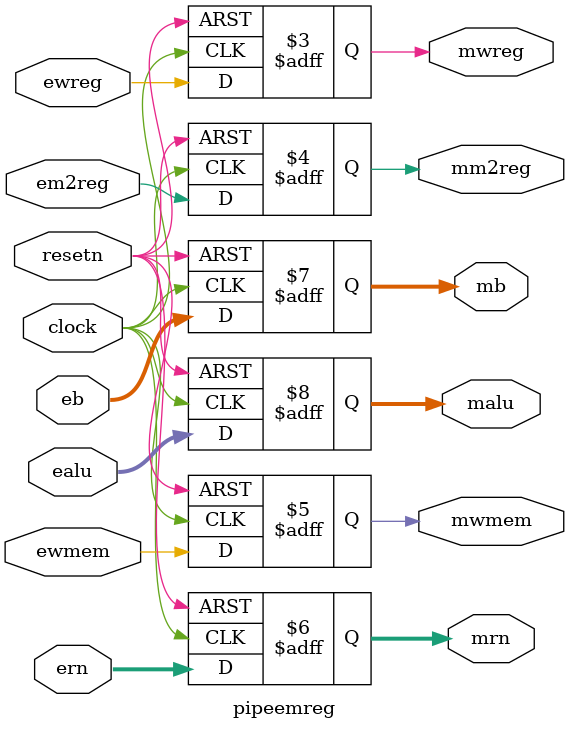
<source format=v>
module pipeemreg ( ewreg,em2reg,ewmem,ealu,eb,ern,clock,resetn,
                mwreg,mm2reg,mwmem,malu,mb,mrn); 
    // EXE/MEM 流水线寄存器
    //EXE/MEM 流水线寄存器模块，起承接 EXE 阶段和 MEM 阶段的流水任务。
    //在 clock 上升沿时，将 EXE 阶段需传递给 MEM 阶段的信息，锁存在 EXE/MEM
    //流水线寄存器中，并呈现在 MEM 阶段。
    input ewreg, em2reg, ewmem, clock, resetn;
    input [4:0] ern;
    input [31:0] ealu, eb;
    wire ewreg, em2reg, ewmem, clock, resetn;
    wire [4:0] ern;
    wire [31:0] ealu, eb;

    output mwreg, mm2reg, mwmem;
    output [4:0] mrn;
    output [31:0] mb, malu;
    reg mwreg, mm2reg, mwmem;
    reg [4:0] mrn;
    reg [31:0] mb, malu;

   always @ (negedge resetn or posedge clock)
      if (resetn == 0) 
         begin
            malu       <= 32'b0;
            mb         <= 32'b0;
            mrn        <=  5'b0;
            mwreg      <=  1'b0;
            mm2reg     <=  1'b0;
            mwmem      <=  1'b0;
         end 
      else
         begin 
            malu       <= ealu;
            mb         <= eb;
            mrn        <= ern;
            mwreg      <= ewreg;
            mm2reg     <= em2reg;
            mwmem      <= ewmem;
         end

endmodule
</source>
